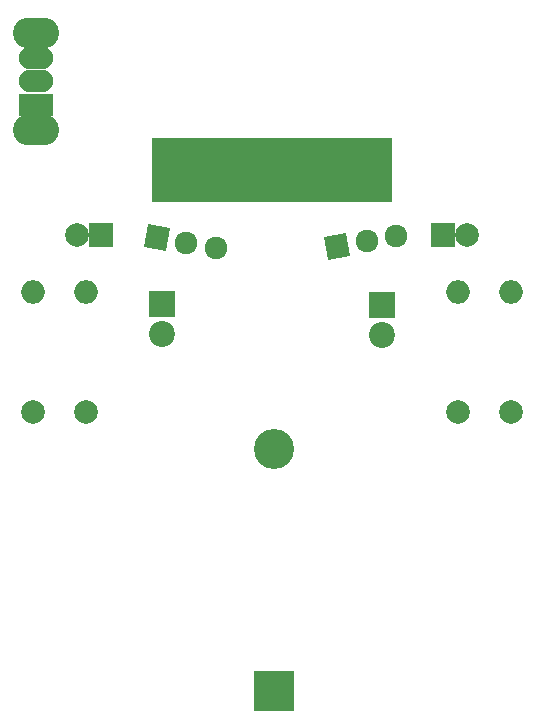
<source format=gbr>
G04 #@! TF.GenerationSoftware,KiCad,Pcbnew,(5.0.0)*
G04 #@! TF.CreationDate,2018-10-24T17:50:19-07:00*
G04 #@! TF.ProjectId,Cub_Wolf_Badge_Circuit,4375625F576F6C665F42616467655F43,rev?*
G04 #@! TF.SameCoordinates,Original*
G04 #@! TF.FileFunction,Soldermask,Bot*
G04 #@! TF.FilePolarity,Negative*
%FSLAX46Y46*%
G04 Gerber Fmt 4.6, Leading zero omitted, Abs format (unit mm)*
G04 Created by KiCad (PCBNEW (5.0.0)) date 10/24/18 17:50:19*
%MOMM*%
%LPD*%
G01*
G04 APERTURE LIST*
%ADD10R,3.400000X3.400000*%
%ADD11C,3.400000*%
%ADD12C,2.200000*%
%ADD13R,2.200000X2.200000*%
%ADD14O,2.000000X2.000000*%
%ADD15C,2.000000*%
%ADD16C,1.920000*%
%ADD17C,0.100000*%
%ADD18R,2.000000X2.000000*%
%ADD19R,20.400000X5.400000*%
%ADD20O,3.900000X2.600000*%
%ADD21O,2.900000X1.900000*%
%ADD22R,2.900000X1.900000*%
G04 APERTURE END LIST*
D10*
G04 #@! TO.C,BT1*
X126400000Y-88600000D03*
D11*
X126400000Y-68110000D03*
G04 #@! TD*
D12*
G04 #@! TO.C,D1*
X135600000Y-58490000D03*
D13*
X135600000Y-55950000D03*
G04 #@! TD*
G04 #@! TO.C,D2*
X116950000Y-55900000D03*
D12*
X116950000Y-58440000D03*
G04 #@! TD*
D14*
G04 #@! TO.C,R1*
X146500000Y-54840000D03*
D15*
X146500000Y-65000000D03*
G04 #@! TD*
D14*
G04 #@! TO.C,R2*
X142000000Y-54840000D03*
D15*
X142000000Y-65000000D03*
G04 #@! TD*
G04 #@! TO.C,R3*
X110500000Y-65000000D03*
D14*
X110500000Y-54840000D03*
G04 #@! TD*
D15*
G04 #@! TO.C,R4*
X106000000Y-65000000D03*
D14*
X106000000Y-54840000D03*
G04 #@! TD*
D16*
G04 #@! TO.C,Q1*
X131750000Y-51000000D03*
D17*
G36*
X132862118Y-51778713D02*
X130971287Y-52112118D01*
X130637882Y-50221287D01*
X132528713Y-49887882D01*
X132862118Y-51778713D01*
X132862118Y-51778713D01*
G37*
D16*
X136752823Y-50117867D03*
X134251412Y-50558934D03*
G04 #@! TD*
G04 #@! TO.C,Q2*
X119001412Y-50691066D03*
X121502823Y-51132133D03*
X116500000Y-50250000D03*
D17*
G36*
X117278713Y-51362118D02*
X115387882Y-51028713D01*
X115721287Y-49137882D01*
X117612118Y-49471287D01*
X117278713Y-51362118D01*
X117278713Y-51362118D01*
G37*
G04 #@! TD*
D15*
G04 #@! TO.C,C1*
X142750000Y-50000000D03*
D18*
X140750000Y-50000000D03*
G04 #@! TD*
G04 #@! TO.C,C2*
X111750000Y-50000000D03*
D15*
X109750000Y-50000000D03*
G04 #@! TD*
D19*
G04 #@! TO.C,Solder Pin Here*
X126250000Y-44500000D03*
G04 #@! TD*
D20*
G04 #@! TO.C,SW1*
X106250000Y-32900000D03*
X106250000Y-41100000D03*
D21*
X106250000Y-35000000D03*
X106250000Y-37000000D03*
D22*
X106250000Y-39000000D03*
G04 #@! TD*
M02*

</source>
